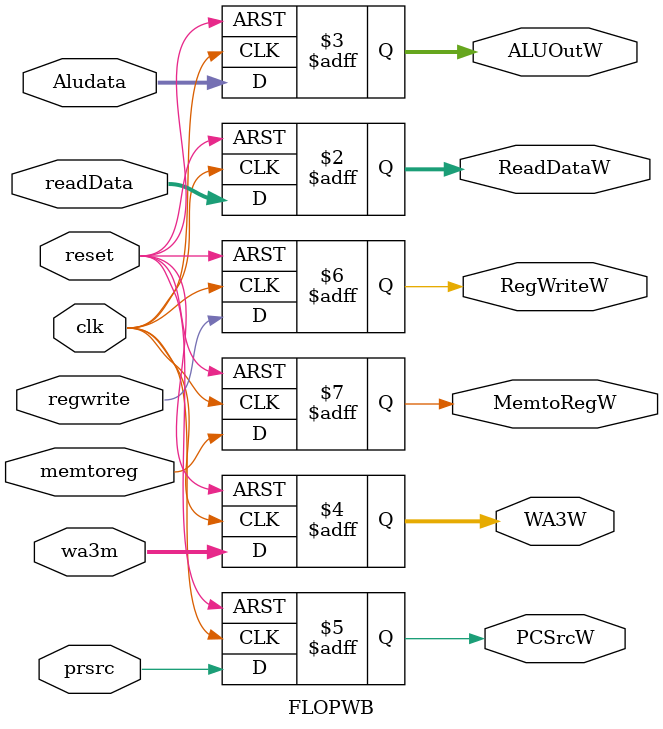
<source format=sv>
module FLOPWB #(parameter WIDTH = 32)
					(input logic clk, reset,
					input logic prsrc, regwrite, memtoreg,
					input logic [3:0] wa3m,
					input logic [WIDTH-1:0] Aludata, readData,
					output logic [WIDTH-1:0] ReadDataW, ALUOutW,
					output logic [3:0] WA3W,
					output logic PCSrcW, RegWriteW, MemtoRegW);
					
always_ff @(posedge clk, posedge reset)
	if (reset) begin
		ReadDataW <= 0;
		ALUOutW <= 0;
		WA3W <= 0;
		PCSrcW <= 0;
		RegWriteW <= 0;
		MemtoRegW <= 0;
	end
	else begin
		ReadDataW <= readData;
		ALUOutW <= Aludata;
		WA3W <= wa3m;
		PCSrcW <= prsrc;
		RegWriteW <= regwrite;
		MemtoRegW <= memtoreg;
	end
	
endmodule

</source>
